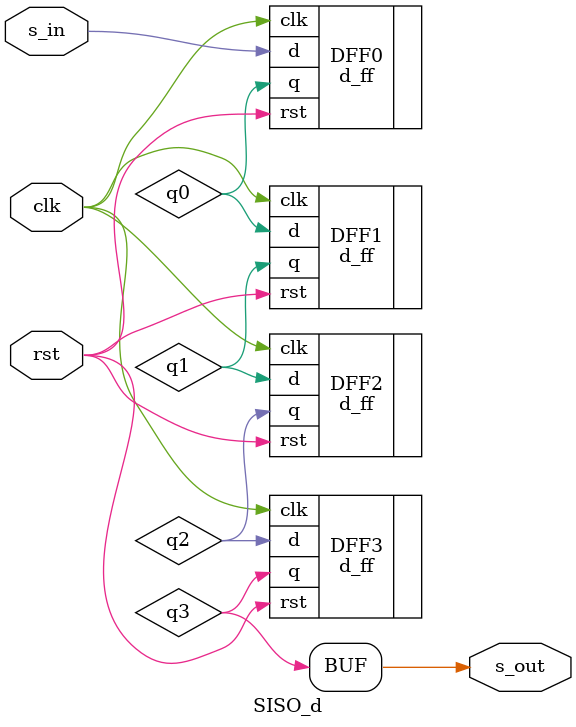
<source format=v>
`timescale 1ns / 1ps


module SISO_d(
input clk,
input rst,
input s_in,
output s_out
    );
    
    wire q0,q1,q2;
    
    d_ff DFF0(.clk(clk),.rst(rst),.d(s_in),.q(q0));
    d_ff DFF1(.clk(clk),.rst(rst),.d(q0),.q(q1));
    d_ff DFF2(.clk(clk),.rst(rst),.d(q1),.q(q2));
    d_ff DFF3(.clk(clk),.rst(rst),.d(q2),.q(q3));
    
    assign s_out = q3;

endmodule

</source>
